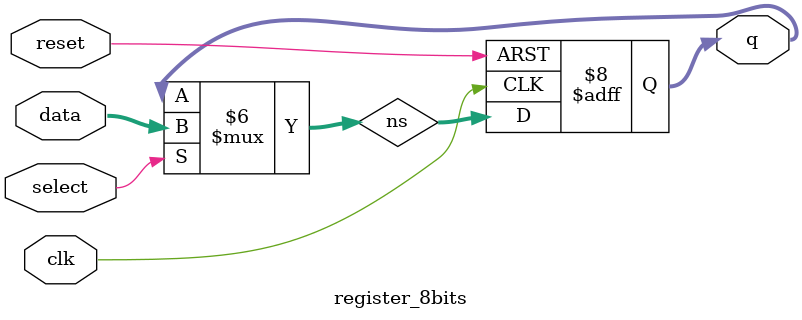
<source format=v>
module register_8bits( 
                data,
                reset,
                q,
                select,
                clk
);


//Parameter
parameter A=8, D=8;     // A : Adress width    D : Data width  

//wire&reg
input wire [D-1:0] data;
input wire reset;
input wire select;
input wire clk;
output reg [D-1:0] q;

reg [D-1:0] ns;



//logic
always @ (posedge clk, negedge reset)
    begin
        if (!reset)
            q <= 7'b00000000;
        else
            q <= ns;
    end


always @ (select)
    begin
        if(!select)
            ns <= q;
        else
            ns <= data;  
    end

endmodule
</source>
